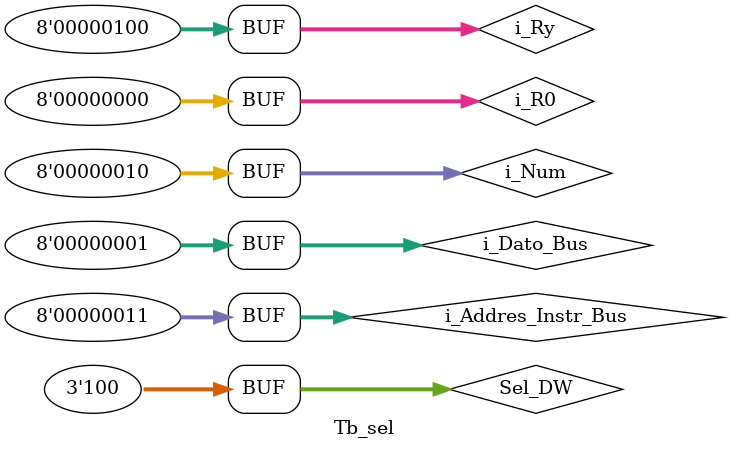
<source format=v>
`timescale 1ns / 1ps


module Tb_sel;

    reg [2:0] Sel_DW;
    reg [7:0] i_R0;
     reg [7:0] i_Num;
     reg [7:0] i_Dato_Bus;
     reg [7:0] i_Ry;
      reg [7:0] i_Addres_Instr_Bus;
     wire [7:0] o_DW
  ;
  
  Sel uut(
  .Sel_DW(Sel_DW),
    .i_R0(i_R0),
     .i_Num(i_Num),
     .i_Dato_Bus(i_Dato_Bus),
      .i_Ry(i_Ry),
      .i_Addres_Instr_Bus(i_Addres_Instr_Bus),
      .o_DW(o_DW)
      );
initial
begin
Sel_DW = 3'd0;
i_R0 = 8'd0;
i_Num = 8'd2;
i_Dato_Bus = 8'd1;
i_Ry =8'd4;
i_Addres_Instr_Bus = 8'd3;


#2
   Sel_DW = 3'd1;
#2
   Sel_DW = 3'd2;
#2
   Sel_DW = 3'd3;
#2
   Sel_DW = 3'd4;





end

endmodule

</source>
